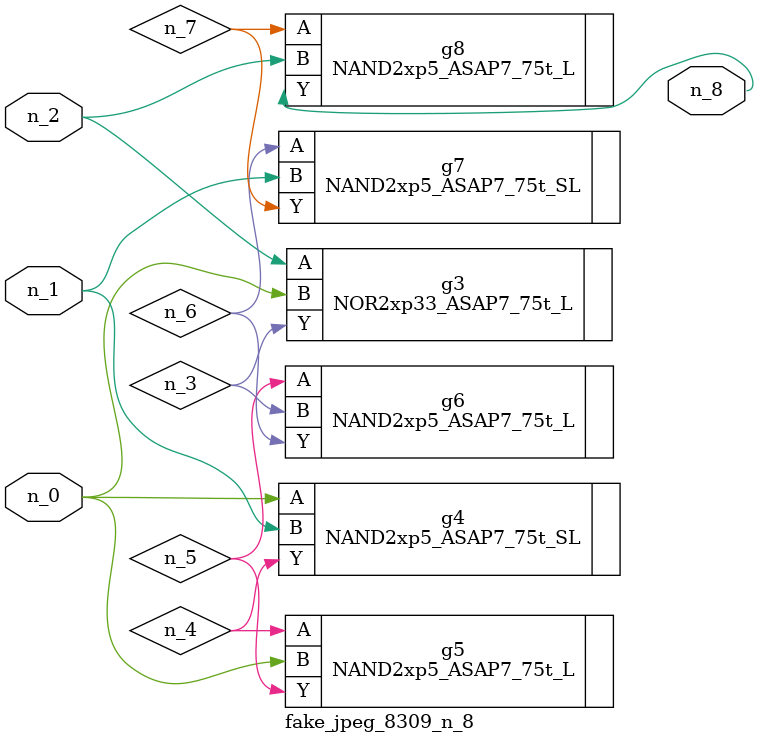
<source format=v>
module fake_jpeg_8309_n_8 (n_0, n_2, n_1, n_8);

input n_0;
input n_2;
input n_1;

output n_8;

wire n_3;
wire n_4;
wire n_6;
wire n_5;
wire n_7;

NOR2xp33_ASAP7_75t_L g3 ( 
.A(n_2),
.B(n_0),
.Y(n_3)
);

NAND2xp5_ASAP7_75t_SL g4 ( 
.A(n_0),
.B(n_1),
.Y(n_4)
);

NAND2xp5_ASAP7_75t_L g5 ( 
.A(n_4),
.B(n_0),
.Y(n_5)
);

NAND2xp5_ASAP7_75t_L g6 ( 
.A(n_5),
.B(n_3),
.Y(n_6)
);

NAND2xp5_ASAP7_75t_SL g7 ( 
.A(n_6),
.B(n_1),
.Y(n_7)
);

NAND2xp5_ASAP7_75t_L g8 ( 
.A(n_7),
.B(n_2),
.Y(n_8)
);


endmodule
</source>
